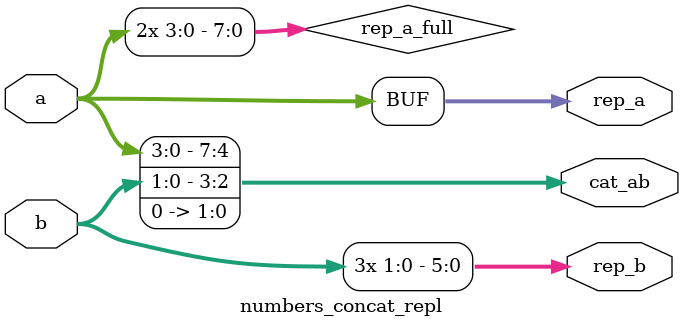
<source format=sv>


module numbers_concat_repl (
    input  wire [3:0]  a,
    input  wire [1:0]  b,
    output wire [7:0]  cat_ab,
    output wire [3:0]  rep_a,
    output wire [5:0]  rep_b
);
    // Concatenate a[3:0], b[1:0], and two zeros -> 8 bits
    assign cat_ab = { a, b, 2'b00 };

    // Replicate a twice → 8 bits, then take lower 4 bits
    wire [7:0] rep_a_full = { a, a };
    assign rep_a = rep_a_full[3:0];

    // Replicate b three times → 6 bits
    assign rep_b = { b, b, b };
endmodule

</source>
